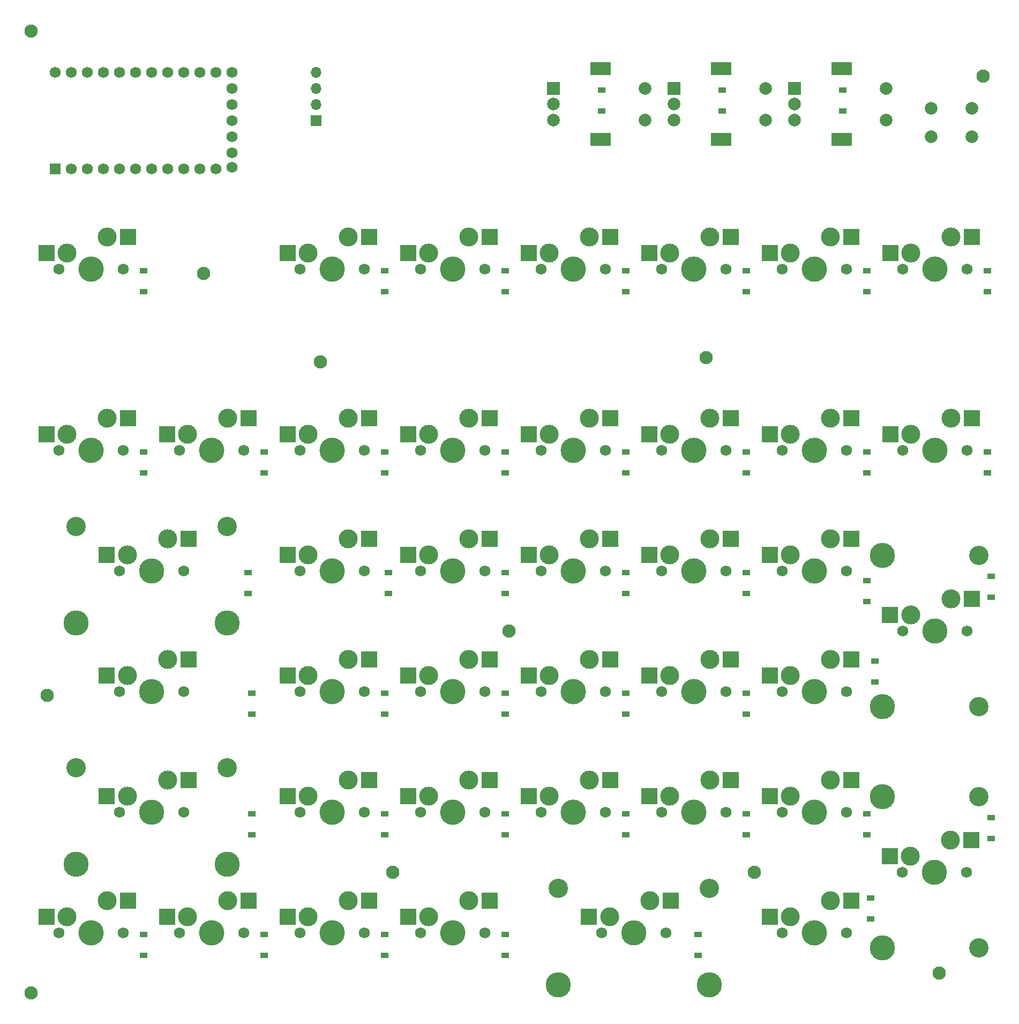
<source format=gbr>
%TF.GenerationSoftware,KiCad,Pcbnew,(5.1.10)-1*%
%TF.CreationDate,2021-08-17T12:27:07-04:00*%
%TF.ProjectId,macropad,6d616372-6f70-4616-942e-6b696361645f,rev?*%
%TF.SameCoordinates,Original*%
%TF.FileFunction,Soldermask,Bot*%
%TF.FilePolarity,Negative*%
%FSLAX46Y46*%
G04 Gerber Fmt 4.6, Leading zero omitted, Abs format (unit mm)*
G04 Created by KiCad (PCBNEW (5.1.10)-1) date 2021-08-17 12:27:07*
%MOMM*%
%LPD*%
G01*
G04 APERTURE LIST*
%ADD10R,1.752600X1.752600*%
%ADD11C,1.752600*%
%ADD12R,2.000000X2.000000*%
%ADD13C,2.000000*%
%ADD14R,3.200000X2.000000*%
%ADD15C,2.100000*%
%ADD16C,3.000000*%
%ADD17C,4.000000*%
%ADD18C,1.750000*%
%ADD19R,2.550000X2.500000*%
%ADD20R,1.200000X0.900000*%
%ADD21O,1.700000X1.700000*%
%ADD22R,1.700000X1.700000*%
%ADD23C,3.987800*%
%ADD24C,3.048000*%
G04 APERTURE END LIST*
D10*
%TO.C,U1*%
X43180000Y-46990000D03*
D11*
X45720000Y-46990000D03*
X48260000Y-46990000D03*
X50800000Y-46990000D03*
X53340000Y-46990000D03*
X55880000Y-46990000D03*
X58420000Y-46990000D03*
X60960000Y-46990000D03*
X63500000Y-46990000D03*
X66040000Y-46990000D03*
X68580000Y-46990000D03*
X71120000Y-31750000D03*
X68580000Y-31750000D03*
X66040000Y-31750000D03*
X63500000Y-31750000D03*
X60960000Y-31750000D03*
X58420000Y-31750000D03*
X55880000Y-31750000D03*
X53340000Y-31750000D03*
X50800000Y-31750000D03*
X48260000Y-31750000D03*
X45720000Y-31750000D03*
X71120000Y-46761400D03*
X43180000Y-31750000D03*
X71120000Y-34290000D03*
X71120000Y-36830000D03*
X71120000Y-39370000D03*
X71120000Y-41910000D03*
X71120000Y-44450000D03*
%TD*%
D12*
%TO.C,SW43*%
X140970000Y-34290000D03*
D13*
X140970000Y-36790000D03*
X140970000Y-39290000D03*
D14*
X148470000Y-31190000D03*
X148470000Y-42390000D03*
D13*
X155470000Y-34290000D03*
X155470000Y-39290000D03*
%TD*%
D15*
%TO.C,REF\u002A\u002A*%
X39370000Y-177165000D03*
%TD*%
D13*
%TO.C,SW45*%
X188110000Y-37465000D03*
X188110000Y-41965000D03*
X181610000Y-37465000D03*
X181610000Y-41965000D03*
%TD*%
D15*
%TO.C,REF\u002A\u002A*%
X153670000Y-158115000D03*
%TD*%
%TO.C,REF\u002A\u002A*%
X96520000Y-158115000D03*
%TD*%
%TO.C,REF\u002A\u002A*%
X66675000Y-63500000D03*
%TD*%
D16*
%TO.C,SW10*%
X83185000Y-60325000D03*
X89535000Y-57785000D03*
D17*
X86995000Y-62865000D03*
D18*
X81915000Y-62865000D03*
X92075000Y-62865000D03*
D19*
X79910000Y-60325000D03*
X92837000Y-57785000D03*
%TD*%
D12*
%TO.C,SW44*%
X160020000Y-34290000D03*
D13*
X160020000Y-36790000D03*
X160020000Y-39290000D03*
D14*
X167520000Y-31190000D03*
X167520000Y-42390000D03*
D13*
X174520000Y-34290000D03*
X174520000Y-39290000D03*
%TD*%
D12*
%TO.C,SW7*%
X121920000Y-34290000D03*
D13*
X121920000Y-36790000D03*
X121920000Y-39290000D03*
D14*
X129420000Y-31190000D03*
X129420000Y-42390000D03*
D13*
X136420000Y-34290000D03*
X136420000Y-39290000D03*
%TD*%
D20*
%TO.C,D44*%
X167640000Y-34545000D03*
X167640000Y-37845000D03*
%TD*%
%TO.C,D43*%
X129540000Y-34545000D03*
X129540000Y-37845000D03*
%TD*%
%TO.C,D7*%
X148590000Y-34545000D03*
X148590000Y-37845000D03*
%TD*%
D21*
%TO.C,J1*%
X84455000Y-31750000D03*
X84455000Y-34290000D03*
X84455000Y-36830000D03*
D22*
X84455000Y-39370000D03*
%TD*%
D15*
%TO.C,REF\u002A\u002A*%
X146050000Y-76835000D03*
%TD*%
%TO.C,REF\u002A\u002A*%
X85090000Y-77470000D03*
%TD*%
%TO.C,REF\u002A\u002A*%
X114935000Y-120015000D03*
%TD*%
%TO.C,REF\u002A\u002A*%
X41910000Y-130175000D03*
%TD*%
%TO.C,REF\u002A\u002A*%
X182880000Y-173990000D03*
%TD*%
%TO.C,REF\u002A\u002A*%
X189865000Y-32385000D03*
%TD*%
%TO.C,REF\u002A\u002A*%
X39370000Y-25273000D03*
%TD*%
D19*
%TO.C,SW4*%
X64292251Y-124506310D03*
X51365251Y-127046310D03*
D18*
X63530251Y-129586310D03*
X53370251Y-129586310D03*
D16*
X54640251Y-127046310D03*
D23*
X58450251Y-129586310D03*
D16*
X60990251Y-124506310D03*
%TD*%
D20*
%TO.C,D6*%
X57150000Y-167895000D03*
X57150000Y-171195000D03*
%TD*%
D23*
%TO.C,SW42*%
X173929021Y-170014194D03*
D16*
X178374021Y-155536194D03*
D24*
X189169021Y-170014194D03*
D23*
X182184021Y-158076194D03*
D16*
X184724021Y-152996194D03*
D19*
X188026021Y-152996194D03*
X175099021Y-155536194D03*
D18*
X187264021Y-158076194D03*
D24*
X189169021Y-146138194D03*
D23*
X173929021Y-146138194D03*
D18*
X177104021Y-158076194D03*
%TD*%
D23*
%TO.C,SW41*%
X173953924Y-131942880D03*
D16*
X178398924Y-117464880D03*
D24*
X189193924Y-131942880D03*
D23*
X182208924Y-120004880D03*
D16*
X184748924Y-114924880D03*
D19*
X188050924Y-114924880D03*
X175123924Y-117464880D03*
D18*
X187288924Y-120004880D03*
D24*
X189193924Y-108066880D03*
D23*
X173953924Y-108066880D03*
D18*
X177128924Y-120004880D03*
%TD*%
D19*
%TO.C,SW40*%
X188087000Y-86360000D03*
X175160000Y-88900000D03*
D18*
X187325000Y-91440000D03*
X177165000Y-91440000D03*
D17*
X182245000Y-91440000D03*
D16*
X184785000Y-86360000D03*
X178435000Y-88900000D03*
%TD*%
%TO.C,SW39*%
X178435000Y-60325000D03*
X184785000Y-57785000D03*
D17*
X182245000Y-62865000D03*
D18*
X177165000Y-62865000D03*
X187325000Y-62865000D03*
D19*
X175160000Y-60325000D03*
X188087000Y-57785000D03*
%TD*%
%TO.C,SW38*%
X169037000Y-162560000D03*
X156110000Y-165100000D03*
D18*
X168275000Y-167640000D03*
X158115000Y-167640000D03*
D17*
X163195000Y-167640000D03*
D16*
X165735000Y-162560000D03*
X159385000Y-165100000D03*
%TD*%
D19*
%TO.C,SW37*%
X169037000Y-143510000D03*
X156110000Y-146050000D03*
D18*
X168275000Y-148590000D03*
X158115000Y-148590000D03*
D17*
X163195000Y-148590000D03*
D16*
X165735000Y-143510000D03*
X159385000Y-146050000D03*
%TD*%
D19*
%TO.C,SW36*%
X169037000Y-124460000D03*
X156110000Y-127000000D03*
D18*
X168275000Y-129540000D03*
X158115000Y-129540000D03*
D17*
X163195000Y-129540000D03*
D16*
X165735000Y-124460000D03*
X159385000Y-127000000D03*
%TD*%
D19*
%TO.C,SW35*%
X169037000Y-105410000D03*
X156110000Y-107950000D03*
D18*
X168275000Y-110490000D03*
X158115000Y-110490000D03*
D17*
X163195000Y-110490000D03*
D16*
X165735000Y-105410000D03*
X159385000Y-107950000D03*
%TD*%
D19*
%TO.C,SW34*%
X169037000Y-86360000D03*
X156110000Y-88900000D03*
D18*
X168275000Y-91440000D03*
X158115000Y-91440000D03*
D17*
X163195000Y-91440000D03*
D16*
X165735000Y-86360000D03*
X159385000Y-88900000D03*
%TD*%
%TO.C,SW33*%
X159385000Y-60325000D03*
X165735000Y-57785000D03*
D17*
X163195000Y-62865000D03*
D18*
X158115000Y-62865000D03*
X168275000Y-62865000D03*
D19*
X156110000Y-60325000D03*
X169037000Y-57785000D03*
%TD*%
%TO.C,SW32*%
X149987000Y-143510000D03*
X137060000Y-146050000D03*
D18*
X149225000Y-148590000D03*
X139065000Y-148590000D03*
D17*
X144145000Y-148590000D03*
D16*
X146685000Y-143510000D03*
X140335000Y-146050000D03*
%TD*%
D19*
%TO.C,SW31*%
X149987000Y-124460000D03*
X137060000Y-127000000D03*
D18*
X149225000Y-129540000D03*
X139065000Y-129540000D03*
D17*
X144145000Y-129540000D03*
D16*
X146685000Y-124460000D03*
X140335000Y-127000000D03*
%TD*%
D19*
%TO.C,SW30*%
X149987000Y-105410000D03*
X137060000Y-107950000D03*
D18*
X149225000Y-110490000D03*
X139065000Y-110490000D03*
D17*
X144145000Y-110490000D03*
D16*
X146685000Y-105410000D03*
X140335000Y-107950000D03*
%TD*%
D19*
%TO.C,SW29*%
X149987000Y-86360000D03*
X137060000Y-88900000D03*
D18*
X149225000Y-91440000D03*
X139065000Y-91440000D03*
D17*
X144145000Y-91440000D03*
D16*
X146685000Y-86360000D03*
X140335000Y-88900000D03*
%TD*%
%TO.C,SW28*%
X140335000Y-60325000D03*
X146685000Y-57785000D03*
D17*
X144145000Y-62865000D03*
D18*
X139065000Y-62865000D03*
X149225000Y-62865000D03*
D19*
X137060000Y-60325000D03*
X149987000Y-57785000D03*
%TD*%
D23*
%TO.C,SW27*%
X122682000Y-175895000D03*
X146558000Y-175895000D03*
D24*
X122682000Y-160655000D03*
X146558000Y-160655000D03*
D19*
X140462000Y-162560000D03*
X127535000Y-165100000D03*
D18*
X139700000Y-167640000D03*
X129540000Y-167640000D03*
D16*
X130810000Y-165100000D03*
D23*
X134620000Y-167640000D03*
D16*
X137160000Y-162560000D03*
%TD*%
D19*
%TO.C,SW26*%
X130937000Y-143510000D03*
X118010000Y-146050000D03*
D18*
X130175000Y-148590000D03*
X120015000Y-148590000D03*
D17*
X125095000Y-148590000D03*
D16*
X127635000Y-143510000D03*
X121285000Y-146050000D03*
%TD*%
D19*
%TO.C,SW25*%
X130937000Y-124460000D03*
X118010000Y-127000000D03*
D18*
X130175000Y-129540000D03*
X120015000Y-129540000D03*
D17*
X125095000Y-129540000D03*
D16*
X127635000Y-124460000D03*
X121285000Y-127000000D03*
%TD*%
D19*
%TO.C,SW24*%
X130937000Y-105410000D03*
X118010000Y-107950000D03*
D18*
X130175000Y-110490000D03*
X120015000Y-110490000D03*
D17*
X125095000Y-110490000D03*
D16*
X127635000Y-105410000D03*
X121285000Y-107950000D03*
%TD*%
D19*
%TO.C,SW23*%
X130937000Y-86360000D03*
X118010000Y-88900000D03*
D18*
X130175000Y-91440000D03*
X120015000Y-91440000D03*
D17*
X125095000Y-91440000D03*
D16*
X127635000Y-86360000D03*
X121285000Y-88900000D03*
%TD*%
%TO.C,SW22*%
X121285000Y-60325000D03*
X127635000Y-57785000D03*
D17*
X125095000Y-62865000D03*
D18*
X120015000Y-62865000D03*
X130175000Y-62865000D03*
D19*
X118010000Y-60325000D03*
X130937000Y-57785000D03*
%TD*%
%TO.C,SW21*%
X111887000Y-162560000D03*
X98960000Y-165100000D03*
D18*
X111125000Y-167640000D03*
X100965000Y-167640000D03*
D17*
X106045000Y-167640000D03*
D16*
X108585000Y-162560000D03*
X102235000Y-165100000D03*
%TD*%
D19*
%TO.C,SW20*%
X111887000Y-143510000D03*
X98960000Y-146050000D03*
D18*
X111125000Y-148590000D03*
X100965000Y-148590000D03*
D17*
X106045000Y-148590000D03*
D16*
X108585000Y-143510000D03*
X102235000Y-146050000D03*
%TD*%
D19*
%TO.C,SW19*%
X111887000Y-124460000D03*
X98960000Y-127000000D03*
D18*
X111125000Y-129540000D03*
X100965000Y-129540000D03*
D17*
X106045000Y-129540000D03*
D16*
X108585000Y-124460000D03*
X102235000Y-127000000D03*
%TD*%
D19*
%TO.C,SW18*%
X111887000Y-105410000D03*
X98960000Y-107950000D03*
D18*
X111125000Y-110490000D03*
X100965000Y-110490000D03*
D17*
X106045000Y-110490000D03*
D16*
X108585000Y-105410000D03*
X102235000Y-107950000D03*
%TD*%
D19*
%TO.C,SW17*%
X111887000Y-86360000D03*
X98960000Y-88900000D03*
D18*
X111125000Y-91440000D03*
X100965000Y-91440000D03*
D17*
X106045000Y-91440000D03*
D16*
X108585000Y-86360000D03*
X102235000Y-88900000D03*
%TD*%
%TO.C,SW16*%
X102235000Y-60325000D03*
X108585000Y-57785000D03*
D17*
X106045000Y-62865000D03*
D18*
X100965000Y-62865000D03*
X111125000Y-62865000D03*
D19*
X98960000Y-60325000D03*
X111887000Y-57785000D03*
%TD*%
%TO.C,SW15*%
X92837000Y-162560000D03*
X79910000Y-165100000D03*
D18*
X92075000Y-167640000D03*
X81915000Y-167640000D03*
D17*
X86995000Y-167640000D03*
D16*
X89535000Y-162560000D03*
X83185000Y-165100000D03*
%TD*%
D19*
%TO.C,SW14*%
X92837000Y-143510000D03*
X79910000Y-146050000D03*
D18*
X92075000Y-148590000D03*
X81915000Y-148590000D03*
D17*
X86995000Y-148590000D03*
D16*
X89535000Y-143510000D03*
X83185000Y-146050000D03*
%TD*%
D19*
%TO.C,SW13*%
X92837000Y-124460000D03*
X79910000Y-127000000D03*
D18*
X92075000Y-129540000D03*
X81915000Y-129540000D03*
D17*
X86995000Y-129540000D03*
D16*
X89535000Y-124460000D03*
X83185000Y-127000000D03*
%TD*%
D19*
%TO.C,SW12*%
X92837000Y-105410000D03*
X79910000Y-107950000D03*
D18*
X92075000Y-110490000D03*
X81915000Y-110490000D03*
D17*
X86995000Y-110490000D03*
D16*
X89535000Y-105410000D03*
X83185000Y-107950000D03*
%TD*%
D19*
%TO.C,SW11*%
X92837000Y-86360000D03*
X79910000Y-88900000D03*
D18*
X92075000Y-91440000D03*
X81915000Y-91440000D03*
D17*
X86995000Y-91440000D03*
D16*
X89535000Y-86360000D03*
X83185000Y-88900000D03*
%TD*%
D19*
%TO.C,SW9*%
X73787000Y-162560000D03*
X60860000Y-165100000D03*
D18*
X73025000Y-167640000D03*
X62865000Y-167640000D03*
D17*
X67945000Y-167640000D03*
D16*
X70485000Y-162560000D03*
X64135000Y-165100000D03*
%TD*%
D19*
%TO.C,SW8*%
X73787000Y-86360000D03*
X60860000Y-88900000D03*
D18*
X73025000Y-91440000D03*
X62865000Y-91440000D03*
D17*
X67945000Y-91440000D03*
D16*
X70485000Y-86360000D03*
X64135000Y-88900000D03*
%TD*%
D19*
%TO.C,SW6*%
X54737000Y-162560000D03*
X41810000Y-165100000D03*
D18*
X53975000Y-167640000D03*
X43815000Y-167640000D03*
D17*
X48895000Y-167640000D03*
D16*
X51435000Y-162560000D03*
X45085000Y-165100000D03*
%TD*%
D23*
%TO.C,SW5*%
X46482000Y-156845000D03*
X70358000Y-156845000D03*
D24*
X46482000Y-141605000D03*
X70358000Y-141605000D03*
D19*
X64262000Y-143510000D03*
X51335000Y-146050000D03*
D18*
X63500000Y-148590000D03*
X53340000Y-148590000D03*
D16*
X54610000Y-146050000D03*
D23*
X58420000Y-148590000D03*
D16*
X60960000Y-143510000D03*
%TD*%
D23*
%TO.C,SW3*%
X46482000Y-118745000D03*
X70358000Y-118745000D03*
D24*
X46482000Y-103505000D03*
X70358000Y-103505000D03*
D19*
X64262000Y-105410000D03*
X51335000Y-107950000D03*
D18*
X63500000Y-110490000D03*
X53340000Y-110490000D03*
D16*
X54610000Y-107950000D03*
D23*
X58420000Y-110490000D03*
D16*
X60960000Y-105410000D03*
%TD*%
D19*
%TO.C,SW2*%
X54737000Y-86360000D03*
X41810000Y-88900000D03*
D18*
X53975000Y-91440000D03*
X43815000Y-91440000D03*
D17*
X48895000Y-91440000D03*
D16*
X51435000Y-86360000D03*
X45085000Y-88900000D03*
%TD*%
%TO.C,SW1*%
X45085000Y-60325000D03*
X51435000Y-57785000D03*
D17*
X48895000Y-62865000D03*
D18*
X43815000Y-62865000D03*
X53975000Y-62865000D03*
D19*
X41810000Y-60325000D03*
X54737000Y-57785000D03*
%TD*%
D20*
%TO.C,D42*%
X191135000Y-152780000D03*
X191135000Y-149480000D03*
%TD*%
%TO.C,D41*%
X191135000Y-114680000D03*
X191135000Y-111380000D03*
%TD*%
%TO.C,D40*%
X190500000Y-91695000D03*
X190500000Y-94995000D03*
%TD*%
%TO.C,D39*%
X190500000Y-66420000D03*
X190500000Y-63120000D03*
%TD*%
%TO.C,D38*%
X172085000Y-162180000D03*
X172085000Y-165480000D03*
%TD*%
%TO.C,D37*%
X171450000Y-148845000D03*
X171450000Y-152145000D03*
%TD*%
%TO.C,D36*%
X172720000Y-124715000D03*
X172720000Y-128015000D03*
%TD*%
%TO.C,D35*%
X171450000Y-112015000D03*
X171450000Y-115315000D03*
%TD*%
%TO.C,D34*%
X171450000Y-91695000D03*
X171450000Y-94995000D03*
%TD*%
%TO.C,D33*%
X171450000Y-66420000D03*
X171450000Y-63120000D03*
%TD*%
%TO.C,D32*%
X152400000Y-148845000D03*
X152400000Y-152145000D03*
%TD*%
%TO.C,D31*%
X152400000Y-129795000D03*
X152400000Y-133095000D03*
%TD*%
%TO.C,D30*%
X152400000Y-110745000D03*
X152400000Y-114045000D03*
%TD*%
%TO.C,D29*%
X152400000Y-91695000D03*
X152400000Y-94995000D03*
%TD*%
%TO.C,D28*%
X152400000Y-66420000D03*
X152400000Y-63120000D03*
%TD*%
%TO.C,D27*%
X144780000Y-167895000D03*
X144780000Y-171195000D03*
%TD*%
%TO.C,D26*%
X133350000Y-148845000D03*
X133350000Y-152145000D03*
%TD*%
%TO.C,D25*%
X133350000Y-129795000D03*
X133350000Y-133095000D03*
%TD*%
%TO.C,D24*%
X133350000Y-110745000D03*
X133350000Y-114045000D03*
%TD*%
%TO.C,D23*%
X133350000Y-91695000D03*
X133350000Y-94995000D03*
%TD*%
%TO.C,D22*%
X133350000Y-66420000D03*
X133350000Y-63120000D03*
%TD*%
%TO.C,D21*%
X114300000Y-167895000D03*
X114300000Y-171195000D03*
%TD*%
%TO.C,D20*%
X114300000Y-148845000D03*
X114300000Y-152145000D03*
%TD*%
%TO.C,D19*%
X114300000Y-129795000D03*
X114300000Y-133095000D03*
%TD*%
%TO.C,D18*%
X114300000Y-110745000D03*
X114300000Y-114045000D03*
%TD*%
%TO.C,D17*%
X114300000Y-91695000D03*
X114300000Y-94995000D03*
%TD*%
%TO.C,D16*%
X114300000Y-66420000D03*
X114300000Y-63120000D03*
%TD*%
%TO.C,D15*%
X95250000Y-167895000D03*
X95250000Y-171195000D03*
%TD*%
%TO.C,D14*%
X95250000Y-148845000D03*
X95250000Y-152145000D03*
%TD*%
%TO.C,D13*%
X95250000Y-129795000D03*
X95250000Y-133095000D03*
%TD*%
%TO.C,D12*%
X95885000Y-110745000D03*
X95885000Y-114045000D03*
%TD*%
%TO.C,D11*%
X95250000Y-91695000D03*
X95250000Y-94995000D03*
%TD*%
%TO.C,D10*%
X95250000Y-66420000D03*
X95250000Y-63120000D03*
%TD*%
%TO.C,D9*%
X76200000Y-167895000D03*
X76200000Y-171195000D03*
%TD*%
%TO.C,D8*%
X76200000Y-91695000D03*
X76200000Y-94995000D03*
%TD*%
%TO.C,D5*%
X74295000Y-148845000D03*
X74295000Y-152145000D03*
%TD*%
%TO.C,D4*%
X74295000Y-129795000D03*
X74295000Y-133095000D03*
%TD*%
%TO.C,D3*%
X73660000Y-110745000D03*
X73660000Y-114045000D03*
%TD*%
%TO.C,D2*%
X57150000Y-91695000D03*
X57150000Y-94995000D03*
%TD*%
%TO.C,D1*%
X57150000Y-66420000D03*
X57150000Y-63120000D03*
%TD*%
M02*

</source>
